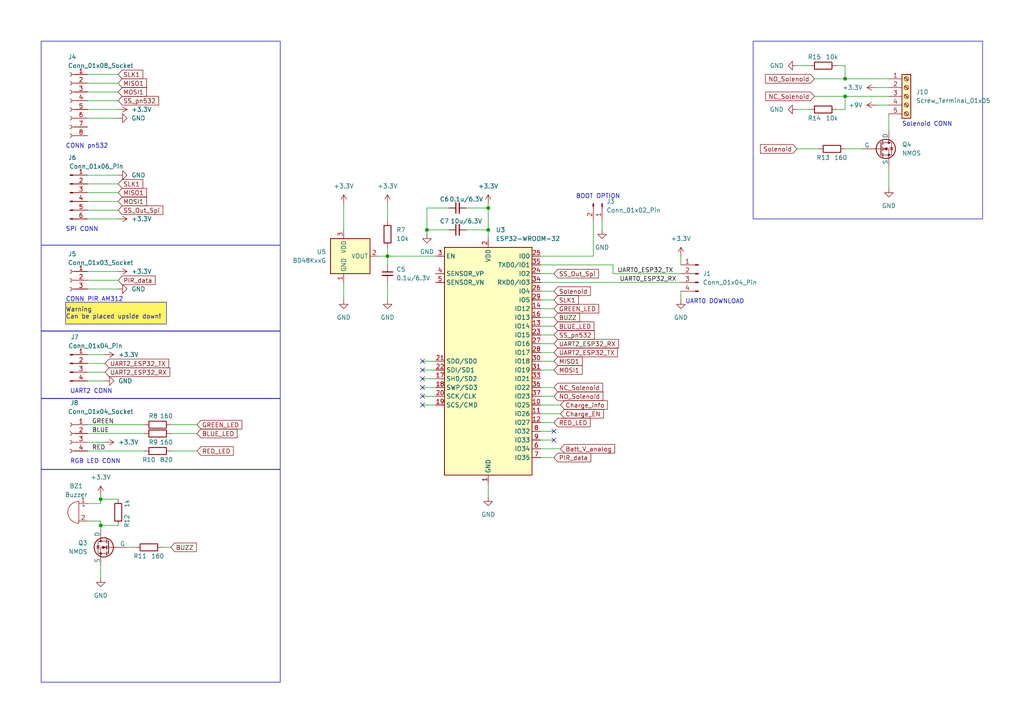
<source format=kicad_sch>
(kicad_sch (version 20230121) (generator eeschema)
  (paper "A4")
  (lib_symbols
    (symbol "Connector:Conn_01x02_Pin" (pin_names (offset 1.016) hide)
      (property "Reference" "J" (at 0 2.54 0))
      (property "Value" "Conn_01x02_Pin" (at 0 -5.08 0))
      (symbol "Conn_01x02_Pin_1_1"
        (polyline (pts (xy 1.27 -2.54) (xy 0.8636 -2.54)) (stroke (width 0.1524)))
        (polyline (pts (xy 1.27 0) (xy 0.8636 0)) (stroke (width 0.1524)))
        (rectangle (start 0.8636 -2.413) (end 0 -2.667) (stroke (width 0.1524)) (fill (type outline)))
        (rectangle (start 0.8636 0.127) (end 0 -0.127) (stroke (width 0.1524)) (fill (type outline)))
        (pin passive line (at 5.08 0 180) (length 3.81) (name "Pin_1") (number "1"))
        (pin passive line (at 5.08 -2.54 180) (length 3.81) (name "Pin_2") (number "2"))
      )
    )
    (symbol "Connector:Conn_01x03_Socket" (pin_names (offset 1.016) hide)
      (property "Reference" "J" (at 0 5.08 0))
      (property "Value" "Conn_01x03_Socket" (at 0 -5.08 0))
      (symbol "Conn_01x03_Socket_1_1"
        (arc (start 0 -2.032) (mid -0.5058 -2.54) (end 0 -3.048) (stroke (width 0.1524)))
        (polyline (pts (xy -1.27 -2.54) (xy -0.508 -2.54)) (stroke (width 0.1524)))
        (polyline (pts (xy -1.27 0) (xy -0.508 0)) (stroke (width 0.1524)))
        (polyline (pts (xy -1.27 2.54) (xy -0.508 2.54)) (stroke (width 0.1524)))
        (arc (start 0 0.508) (mid -0.5058 0) (end 0 -0.508) (stroke (width 0.1524)))
        (arc (start 0 3.048) (mid -0.5058 2.54) (end 0 2.032) (stroke (width 0.1524)))
        (pin passive line (at -5.08 2.54 0) (length 3.81) (name "Pin_1") (number "1"))
        (pin passive line (at -5.08 0 0) (length 3.81) (name "Pin_2") (number "2"))
        (pin passive line (at -5.08 -2.54 0) (length 3.81) (name "Pin_3") (number "3"))
      )
    )
    (symbol "Connector:Conn_01x04_Pin" (pin_names (offset 1.016) hide)
      (property "Reference" "J" (at 0 5.08 0))
      (property "Value" "Conn_01x04_Pin" (at 0 -7.62 0))
      (symbol "Conn_01x04_Pin_1_1"
        (polyline (pts (xy 1.27 -5.08) (xy 0.8636 -5.08)) (stroke (width 0.1524)))
        (polyline (pts (xy 1.27 -2.54) (xy 0.8636 -2.54)) (stroke (width 0.1524)))
        (polyline (pts (xy 1.27 0) (xy 0.8636 0)) (stroke (width 0.1524)))
        (polyline (pts (xy 1.27 2.54) (xy 0.8636 2.54)) (stroke (width 0.1524)))
        (rectangle (start 0.8636 -4.953) (end 0 -5.207) (stroke (width 0.1524)) (fill (type outline)))
        (rectangle (start 0.8636 -2.413) (end 0 -2.667) (stroke (width 0.1524)) (fill (type outline)))
        (rectangle (start 0.8636 0.127) (end 0 -0.127) (stroke (width 0.1524)) (fill (type outline)))
        (rectangle (start 0.8636 2.667) (end 0 2.413) (stroke (width 0.1524)) (fill (type outline)))
        (pin passive line (at 5.08 2.54 180) (length 3.81) (name "Pin_1") (number "1"))
        (pin passive line (at 5.08 0 180) (length 3.81) (name "Pin_2") (number "2"))
        (pin passive line (at 5.08 -2.54 180) (length 3.81) (name "Pin_3") (number "3"))
        (pin passive line (at 5.08 -5.08 180) (length 3.81) (name "Pin_4") (number "4"))
      )
    )
    (symbol "Connector:Conn_01x04_Socket" (pin_names (offset 1.016) hide)
      (property "Reference" "J" (at 0 5.08 0))
      (property "Value" "Conn_01x04_Socket" (at 0 -7.62 0))
      (symbol "Conn_01x04_Socket_1_1"
        (arc (start 0 -4.572) (mid -0.5058 -5.08) (end 0 -5.588) (stroke (width 0.1524)))
        (arc (start 0 -2.032) (mid -0.5058 -2.54) (end 0 -3.048) (stroke (width 0.1524)))
        (polyline (pts (xy -1.27 -5.08) (xy -0.508 -5.08)) (stroke (width 0.1524)))
        (polyline (pts (xy -1.27 -2.54) (xy -0.508 -2.54)) (stroke (width 0.1524)))
        (polyline (pts (xy -1.27 0) (xy -0.508 0)) (stroke (width 0.1524)))
        (polyline (pts (xy -1.27 2.54) (xy -0.508 2.54)) (stroke (width 0.1524)))
        (arc (start 0 0.508) (mid -0.5058 0) (end 0 -0.508) (stroke (width 0.1524)))
        (arc (start 0 3.048) (mid -0.5058 2.54) (end 0 2.032) (stroke (width 0.1524)))
        (pin passive line (at -5.08 2.54 0) (length 3.81) (name "Pin_1") (number "1"))
        (pin passive line (at -5.08 0 0) (length 3.81) (name "Pin_2") (number "2"))
        (pin passive line (at -5.08 -2.54 0) (length 3.81) (name "Pin_3") (number "3"))
        (pin passive line (at -5.08 -5.08 0) (length 3.81) (name "Pin_4") (number "4"))
      )
    )
    (symbol "Connector:Conn_01x06_Pin" (pin_names (offset 1.016) hide)
      (property "Reference" "J" (at 0 7.62 0))
      (property "Value" "Conn_01x06_Pin" (at 0 -10.16 0))
      (symbol "Conn_01x06_Pin_1_1"
        (polyline (pts (xy 1.27 -7.62) (xy 0.8636 -7.62)) (stroke (width 0.1524)))
        (polyline (pts (xy 1.27 -5.08) (xy 0.8636 -5.08)) (stroke (width 0.1524)))
        (polyline (pts (xy 1.27 -2.54) (xy 0.8636 -2.54)) (stroke (width 0.1524)))
        (polyline (pts (xy 1.27 0) (xy 0.8636 0)) (stroke (width 0.1524)))
        (polyline (pts (xy 1.27 2.54) (xy 0.8636 2.54)) (stroke (width 0.1524)))
        (polyline (pts (xy 1.27 5.08) (xy 0.8636 5.08)) (stroke (width 0.1524)))
        (rectangle (start 0.8636 -7.493) (end 0 -7.747) (stroke (width 0.1524)) (fill (type outline)))
        (rectangle (start 0.8636 -4.953) (end 0 -5.207) (stroke (width 0.1524)) (fill (type outline)))
        (rectangle (start 0.8636 -2.413) (end 0 -2.667) (stroke (width 0.1524)) (fill (type outline)))
        (rectangle (start 0.8636 0.127) (end 0 -0.127) (stroke (width 0.1524)) (fill (type outline)))
        (rectangle (start 0.8636 2.667) (end 0 2.413) (stroke (width 0.1524)) (fill (type outline)))
        (rectangle (start 0.8636 5.207) (end 0 4.953) (stroke (width 0.1524)) (fill (type outline)))
        (pin passive line (at 5.08 5.08 180) (length 3.81) (name "Pin_1") (number "1"))
        (pin passive line (at 5.08 2.54 180) (length 3.81) (name "Pin_2") (number "2"))
        (pin passive line (at 5.08 0 180) (length 3.81) (name "Pin_3") (number "3"))
        (pin passive line (at 5.08 -2.54 180) (length 3.81) (name "Pin_4") (number "4"))
        (pin passive line (at 5.08 -5.08 180) (length 3.81) (name "Pin_5") (number "5"))
        (pin passive line (at 5.08 -7.62 180) (length 3.81) (name "Pin_6") (number "6"))
      )
    )
    (symbol "Connector:Conn_01x08_Socket" (pin_names (offset 1.016) hide)
      (property "Reference" "J" (at 0 10.16 0))
      (property "Value" "Conn_01x08_Socket" (at 0 -12.7 0))
      (symbol "Conn_01x08_Socket_1_1"
        (arc (start 0 -9.652) (mid -0.5058 -10.16) (end 0 -10.668) (stroke (width 0.1524)))
        (arc (start 0 -7.112) (mid -0.5058 -7.62) (end 0 -8.128) (stroke (width 0.1524)))
        (arc (start 0 -4.572) (mid -0.5058 -5.08) (end 0 -5.588) (stroke (width 0.1524)))
        (arc (start 0 -2.032) (mid -0.5058 -2.54) (end 0 -3.048) (stroke (width 0.1524)))
        (polyline (pts (xy -1.27 -10.16) (xy -0.508 -10.16)) (stroke (width 0.1524)))
        (polyline (pts (xy -1.27 -7.62) (xy -0.508 -7.62)) (stroke (width 0.1524)))
        (polyline (pts (xy -1.27 -5.08) (xy -0.508 -5.08)) (stroke (width 0.1524)))
        (polyline (pts (xy -1.27 -2.54) (xy -0.508 -2.54)) (stroke (width 0.1524)))
        (polyline (pts (xy -1.27 0) (xy -0.508 0)) (stroke (width 0.1524)))
        (polyline (pts (xy -1.27 2.54) (xy -0.508 2.54)) (stroke (width 0.1524)))
        (polyline (pts (xy -1.27 5.08) (xy -0.508 5.08)) (stroke (width 0.1524)))
        (polyline (pts (xy -1.27 7.62) (xy -0.508 7.62)) (stroke (width 0.1524)))
        (arc (start 0 0.508) (mid -0.5058 0) (end 0 -0.508) (stroke (width 0.1524)))
        (arc (start 0 3.048) (mid -0.5058 2.54) (end 0 2.032) (stroke (width 0.1524)))
        (arc (start 0 5.588) (mid -0.5058 5.08) (end 0 4.572) (stroke (width 0.1524)))
        (arc (start 0 8.128) (mid -0.5058 7.62) (end 0 7.112) (stroke (width 0.1524)))
        (pin passive line (at -5.08 7.62 0) (length 3.81) (name "Pin_1") (number "1"))
        (pin passive line (at -5.08 5.08 0) (length 3.81) (name "Pin_2") (number "2"))
        (pin passive line (at -5.08 2.54 0) (length 3.81) (name "Pin_3") (number "3"))
        (pin passive line (at -5.08 0 0) (length 3.81) (name "Pin_4") (number "4"))
        (pin passive line (at -5.08 -2.54 0) (length 3.81) (name "Pin_5") (number "5"))
        (pin passive line (at -5.08 -5.08 0) (length 3.81) (name "Pin_6") (number "6"))
        (pin passive line (at -5.08 -7.62 0) (length 3.81) (name "Pin_7") (number "7"))
        (pin passive line (at -5.08 -10.16 0) (length 3.81) (name "Pin_8") (number "8"))
      )
    )
    (symbol "Connector:Screw_Terminal_01x05" (pin_names (offset 1.016) hide)
      (property "Reference" "J" (at 0 7.62 0))
      (property "Value" "Screw_Terminal_01x05" (at 0 -7.62 0))
      (symbol "Screw_Terminal_01x05_1_1"
        (rectangle (start -1.27 6.35) (end 1.27 -6.35) (stroke (width 0.254)) (fill (type background)))
        (circle (center 0 -5.08) (radius 0.635) (stroke (width 0.1524)))
        (circle (center 0 -2.54) (radius 0.635) (stroke (width 0.1524)))
        (polyline (pts (xy -0.5334 -4.7498) (xy 0.3302 -5.588)) (stroke (width 0.1524)))
        (polyline (pts (xy -0.5334 -2.2098) (xy 0.3302 -3.048)) (stroke (width 0.1524)))
        (polyline (pts (xy -0.5334 0.3302) (xy 0.3302 -0.508)) (stroke (width 0.1524)))
        (polyline (pts (xy -0.5334 2.8702) (xy 0.3302 2.032)) (stroke (width 0.1524)))
        (polyline (pts (xy -0.5334 5.4102) (xy 0.3302 4.572)) (stroke (width 0.1524)))
        (polyline (pts (xy -0.3556 -4.572) (xy 0.508 -5.4102)) (stroke (width 0.1524)))
        (polyline (pts (xy -0.3556 -2.032) (xy 0.508 -2.8702)) (stroke (width 0.1524)))
        (polyline (pts (xy -0.3556 0.508) (xy 0.508 -0.3302)) (stroke (width 0.1524)))
        (polyline (pts (xy -0.3556 3.048) (xy 0.508 2.2098)) (stroke (width 0.1524)))
        (polyline (pts (xy -0.3556 5.588) (xy 0.508 4.7498)) (stroke (width 0.1524)))
        (circle (center 0 0) (radius 0.635) (stroke (width 0.1524)))
        (circle (center 0 2.54) (radius 0.635) (stroke (width 0.1524)))
        (circle (center 0 5.08) (radius 0.635) (stroke (width 0.1524)))
        (pin passive line (at -5.08 5.08 0) (length 3.81) (name "Pin_1") (number "1"))
        (pin passive line (at -5.08 2.54 0) (length 3.81) (name "Pin_2") (number "2"))
        (pin passive line (at -5.08 0 0) (length 3.81) (name "Pin_3") (number "3"))
        (pin passive line (at -5.08 -2.54 0) (length 3.81) (name "Pin_4") (number "4"))
        (pin passive line (at -5.08 -5.08 0) (length 3.81) (name "Pin_5") (number "5"))
      )
    )
    (symbol "Device:Buzzer" (pin_names (offset 0.0254) hide)
      (property "Reference" "BZ" (at 3.81 1.27 0))
      (property "Value" "Buzzer" (at 3.81 -1.27 0))
      (symbol "Buzzer_0_1"
        (arc (start 0 -3.175) (mid 3.1612 0) (end 0 3.175))
        (polyline (pts (xy -1.651 1.905) (xy -1.143 1.905)))
        (polyline (pts (xy -1.397 2.159) (xy -1.397 1.651)))
        (polyline (pts (xy 0 3.175) (xy 0 -3.175)))
      )
      (symbol "Buzzer_1_1"
        (pin passive line (at -2.54 2.54 0) (length 2.54) (name "-") (number "1"))
        (pin passive line (at -2.54 -2.54 0) (length 2.54) (name "+") (number "2"))
      )
    )
    (symbol "Device:C_Small" (pin_numbers hide) (pin_names (offset 0.254) hide)
      (property "Reference" "C" (at 0.254 1.778 0))
      (property "Value" "C_Small" (at 0.254 -2.032 0))
      (symbol "C_Small_0_1"
        (polyline (pts (xy -1.524 -0.508) (xy 1.524 -0.508)) (stroke (width 0.3302)))
        (polyline (pts (xy -1.524 0.508) (xy 1.524 0.508)) (stroke (width 0.3048)))
      )
      (symbol "C_Small_1_1"
        (pin passive line (at 0 2.54 270) (length 2.032) (name "~") (number "1"))
        (pin passive line (at 0 -2.54 90) (length 2.032) (name "~") (number "2"))
      )
    )
    (symbol "Device:R" (pin_numbers hide) (pin_names (offset 0))
      (property "Reference" "R" (at 2.032 0 90))
      (property "Value" "R" (at 0 0 90))
      (symbol "R_0_1"
        (rectangle (start -1.016 -2.54) (end 1.016 2.54) (stroke (width 0.254)))
      )
      (symbol "R_1_1"
        (pin passive line (at 0 3.81 270) (length 1.27) (name "~") (number "1"))
        (pin passive line (at 0 -3.81 90) (length 1.27) (name "~") (number "2"))
      )
    )
    (symbol "Power_Management:BD48KxxG"
      (property "Reference" "U" (at -3.81 6.35 0))
      (property "Value" "BD48KxxG" (at -5.08 0 90))
      (symbol "BD48KxxG_1_1"
        (rectangle (start -3.81 5.08) (end 7.62 -5.08) (stroke (width 0.254)) (fill (type background)))
        (pin power_in line (at 0 -7.62 90) (length 2.54) (name "GND") (number "1"))
        (pin output line (at 10.16 0 180) (length 2.54) (name "VOUT") (number "2"))
        (pin power_in line (at 0 7.62 270) (length 2.54) (name "VDD") (number "3"))
      )
    )
    (symbol "RF_Module:ESP32-WROOM-32"
      (property "Reference" "U" (at -12.7 34.29 0))
      (property "Value" "ESP32-WROOM-32" (at 1.27 34.29 0))
      (symbol "ESP32-WROOM-32_0_1"
        (rectangle (start -12.7 33.02) (end 12.7 -33.02) (stroke (width 0.254)) (fill (type background)))
      )
      (symbol "ESP32-WROOM-32_1_1"
        (pin power_in line (at 0 -35.56 90) (length 2.54) (name "GND") (number "1"))
        (pin bidirectional line (at 15.24 -12.7 180) (length 2.54) (name "IO25") (number "10"))
        (pin bidirectional line (at 15.24 -15.24 180) (length 2.54) (name "IO26") (number "11"))
        (pin bidirectional line (at 15.24 -17.78 180) (length 2.54) (name "IO27") (number "12"))
        (pin bidirectional line (at 15.24 10.16 180) (length 2.54) (name "IO14") (number "13"))
        (pin bidirectional line (at 15.24 15.24 180) (length 2.54) (name "IO12") (number "14"))
        (pin passive line (at 0 -35.56 90) (length 2.54) hide (name "GND") (number "15"))
        (pin bidirectional line (at 15.24 12.7 180) (length 2.54) (name "IO13") (number "16"))
        (pin bidirectional line (at -15.24 -5.08 0) (length 2.54) (name "SHD/SD2") (number "17"))
        (pin bidirectional line (at -15.24 -7.62 0) (length 2.54) (name "SWP/SD3") (number "18"))
        (pin bidirectional line (at -15.24 -12.7 0) (length 2.54) (name "SCS/CMD") (number "19"))
        (pin power_in line (at 0 35.56 270) (length 2.54) (name "VDD") (number "2"))
        (pin bidirectional line (at -15.24 -10.16 0) (length 2.54) (name "SCK/CLK") (number "20"))
        (pin bidirectional line (at -15.24 0 0) (length 2.54) (name "SDO/SD0") (number "21"))
        (pin bidirectional line (at -15.24 -2.54 0) (length 2.54) (name "SDI/SD1") (number "22"))
        (pin bidirectional line (at 15.24 7.62 180) (length 2.54) (name "IO15") (number "23"))
        (pin bidirectional line (at 15.24 25.4 180) (length 2.54) (name "IO2") (number "24"))
        (pin bidirectional line (at 15.24 30.48 180) (length 2.54) (name "IO0") (number "25"))
        (pin bidirectional line (at 15.24 20.32 180) (length 2.54) (name "IO4") (number "26"))
        (pin bidirectional line (at 15.24 5.08 180) (length 2.54) (name "IO16") (number "27"))
        (pin bidirectional line (at 15.24 2.54 180) (length 2.54) (name "IO17") (number "28"))
        (pin bidirectional line (at 15.24 17.78 180) (length 2.54) (name "IO5") (number "29"))
        (pin input line (at -15.24 30.48 0) (length 2.54) (name "EN") (number "3"))
        (pin bidirectional line (at 15.24 0 180) (length 2.54) (name "IO18") (number "30"))
        (pin bidirectional line (at 15.24 -2.54 180) (length 2.54) (name "IO19") (number "31"))
        (pin no_connect line (at -12.7 -27.94 0) (length 2.54) hide (name "NC") (number "32"))
        (pin bidirectional line (at 15.24 -5.08 180) (length 2.54) (name "IO21") (number "33"))
        (pin bidirectional line (at 15.24 22.86 180) (length 2.54) (name "RXD0/IO3") (number "34"))
        (pin bidirectional line (at 15.24 27.94 180) (length 2.54) (name "TXD0/IO1") (number "35"))
        (pin bidirectional line (at 15.24 -7.62 180) (length 2.54) (name "IO22") (number "36"))
        (pin bidirectional line (at 15.24 -10.16 180) (length 2.54) (name "IO23") (number "37"))
        (pin passive line (at 0 -35.56 90) (length 2.54) hide (name "GND") (number "38"))
        (pin passive line (at 0 -35.56 90) (length 2.54) hide (name "GND") (number "39"))
        (pin input line (at -15.24 25.4 0) (length 2.54) (name "SENSOR_VP") (number "4"))
        (pin input line (at -15.24 22.86 0) (length 2.54) (name "SENSOR_VN") (number "5"))
        (pin input line (at 15.24 -25.4 180) (length 2.54) (name "IO34") (number "6"))
        (pin input line (at 15.24 -27.94 180) (length 2.54) (name "IO35") (number "7"))
        (pin bidirectional line (at 15.24 -20.32 180) (length 2.54) (name "IO32") (number "8"))
        (pin bidirectional line (at 15.24 -22.86 180) (length 2.54) (name "IO33") (number "9"))
      )
    )
    (symbol "Simulation_SPICE:NMOS" (pin_numbers hide) (pin_names (offset 0))
      (property "Reference" "Q" (at 5.08 1.27 0))
      (property "Value" "NMOS" (at 5.08 -1.27 0))
      (symbol "NMOS_0_1"
        (polyline (pts (xy 0.254 0) (xy -2.54 0)))
        (polyline (pts (xy 0.254 1.905) (xy 0.254 -1.905)) (stroke (width 0.254)))
        (polyline (pts (xy 0.762 -1.27) (xy 0.762 -2.286)) (stroke (width 0.254)))
        (polyline (pts (xy 0.762 0.508) (xy 0.762 -0.508)) (stroke (width 0.254)))
        (polyline (pts (xy 0.762 2.286) (xy 0.762 1.27)) (stroke (width 0.254)))
        (polyline (pts (xy 2.54 2.54) (xy 2.54 1.778)))
        (polyline (pts (xy 2.54 -2.54) (xy 2.54 0) (xy 0.762 0)))
        (polyline (pts (xy 0.762 -1.778) (xy 3.302 -1.778) (xy 3.302 1.778) (xy 0.762 1.778)))
        (polyline (pts (xy 1.016 0) (xy 2.032 0.381) (xy 2.032 -0.381) (xy 1.016 0)) (fill (type outline)))
        (polyline (pts (xy 2.794 0.508) (xy 2.921 0.381) (xy 3.683 0.381) (xy 3.81 0.254)))
        (polyline (pts (xy 3.302 0.381) (xy 2.921 -0.254) (xy 3.683 -0.254) (xy 3.302 0.381)))
        (circle (center 1.651 0) (radius 2.794) (stroke (width 0.254)))
        (circle (center 2.54 -1.778) (radius 0.254) (fill (type outline)))
        (circle (center 2.54 1.778) (radius 0.254) (fill (type outline)))
      )
      (symbol "NMOS_1_1"
        (pin passive line (at 2.54 5.08 270) (length 2.54) (name "D") (number "1"))
        (pin input line (at -5.08 0 0) (length 2.54) (name "G") (number "2"))
        (pin passive line (at 2.54 -5.08 90) (length 2.54) (name "S") (number "3"))
      )
    )
    (symbol "power:+3.3V" (power) (pin_names (offset 0))
      (property "Value" "+3.3V" (at 0 3.556 0))
      (symbol "+3.3V_0_1"
        (polyline (pts (xy -0.762 1.27) (xy 0 2.54)))
        (polyline (pts (xy 0 0) (xy 0 2.54)))
        (polyline (pts (xy 0 2.54) (xy 0.762 1.27)))
      )
      (symbol "+3.3V_1_1"
        (pin power_in line (at 0 0 90) (length 0) hide (name "+3.3V") (number "1"))
      )
    )
    (symbol "power:+9V" (power) (pin_names (offset 0))
      (property "Value" "+9V" (at 0 3.556 0))
      (symbol "+9V_0_1"
        (polyline (pts (xy -0.762 1.27) (xy 0 2.54)))
        (polyline (pts (xy 0 0) (xy 0 2.54)))
        (polyline (pts (xy 0 2.54) (xy 0.762 1.27)))
      )
      (symbol "+9V_1_1"
        (pin power_in line (at 0 0 90) (length 0) hide (name "+9V") (number "1"))
      )
    )
    (symbol "power:GND" (power) (pin_names (offset 0))
      (property "Value" "GND" (at 0 -3.81 0))
      (symbol "GND_0_1"
        (polyline (pts (xy 0 0) (xy 0 -1.27) (xy 1.27 -1.27) (xy 0 -2.54) (xy -1.27 -1.27) (xy 0 -1.27)))
      )
      (symbol "GND_1_1"
        (pin power_in line (at 0 0 270) (length 0) hide (name "GND") (number "1"))
      )
    )
  )
  (junction (at 29.21 152.4))
  (junction (at 245.11 22.86))
  (junction (at 123.825 66.675))
  (junction (at 29.21 144.78))
  (junction (at 141.605 60.325))
  (junction (at 141.605 66.675))
  (junction (at 112.395 74.295))
  (junction (at 245.11 27.94))
  (no_connect (at 122.555 104.775))
  (no_connect (at 122.555 112.395))
  (no_connect (at 122.555 114.935))
  (no_connect (at 122.555 109.855))
  (no_connect (at 160.655 127.635))
  (no_connect (at 122.555 107.315))
  (no_connect (at 160.655 125.095))
  (no_connect (at 122.555 117.475))
  (wire (pts (xy 126.365 74.295) (xy 112.395 74.295)))
  (wire (pts (xy 25.4 29.21) (xy 34.29 29.21)))
  (wire (pts (xy 29.21 152.4) (xy 29.21 153.67)))
  (wire (pts (xy 112.395 81.915) (xy 112.395 86.995)))
  (wire (pts (xy 123.825 67.945) (xy 123.825 66.675)))
  (wire (pts (xy 156.845 102.235) (xy 160.655 102.235)))
  (wire (pts (xy 25.4 123.19) (xy 41.91 123.19)))
  (wire (pts (xy 156.845 122.555) (xy 160.655 122.555)))
  (wire (pts (xy 254 25.4) (xy 257.81 25.4)))
  (wire (pts (xy 126.365 114.935) (xy 122.555 114.935)))
  (wire (pts (xy 99.695 59.055) (xy 99.695 66.675)))
  (wire (pts (xy 257.81 48.26) (xy 257.81 54.61)))
  (wire (pts (xy 156.845 92.075) (xy 160.655 92.075)))
  (wire (pts (xy 174.625 64.135) (xy 174.625 66.675)))
  (wire (pts (xy 25.4 26.67) (xy 34.29 26.67)))
  (wire (pts (xy 126.365 112.395) (xy 122.555 112.395)))
  (wire (pts (xy 126.365 104.775) (xy 122.555 104.775)))
  (wire (pts (xy 245.11 27.94) (xy 245.11 31.75)))
  (wire (pts (xy 156.845 86.995) (xy 160.655 86.995)))
  (wire (pts (xy 231.14 31.75) (xy 234.95 31.75)))
  (wire (pts (xy 141.605 66.675) (xy 141.605 69.215)))
  (wire (pts (xy 126.365 117.475) (xy 122.555 117.475)))
  (wire (pts (xy 25.4 102.87) (xy 30.48 102.87)))
  (wire (pts (xy 156.845 81.915) (xy 197.485 81.915)))
  (wire (pts (xy 135.255 60.325) (xy 141.605 60.325)))
  (wire (pts (xy 141.605 59.055) (xy 141.605 60.325)))
  (wire (pts (xy 25.4 151.13) (xy 29.21 151.13)))
  (wire (pts (xy 177.8 79.375) (xy 197.485 79.375)))
  (wire (pts (xy 245.11 22.86) (xy 257.81 22.86)))
  (wire (pts (xy 25.4 128.27) (xy 30.48 128.27)))
  (wire (pts (xy 25.4 125.73) (xy 41.91 125.73)))
  (wire (pts (xy 245.11 19.05) (xy 245.11 22.86)))
  (wire (pts (xy 30.48 105.41) (xy 25.4 105.41)))
  (wire (pts (xy 156.845 74.295) (xy 172.085 74.295)))
  (wire (pts (xy 156.845 120.015) (xy 162.56 120.015)))
  (wire (pts (xy 29.21 144.78) (xy 29.21 146.05)))
  (wire (pts (xy 156.845 89.535) (xy 160.655 89.535)))
  (wire (pts (xy 156.845 117.475) (xy 162.56 117.475)))
  (wire (pts (xy 25.4 78.74) (xy 34.29 78.74)))
  (wire (pts (xy 25.4 81.28) (xy 34.29 81.28)))
  (wire (pts (xy 245.11 43.18) (xy 250.19 43.18)))
  (wire (pts (xy 25.4 34.29) (xy 34.29 34.29)))
  (wire (pts (xy 25.4 31.75) (xy 34.29 31.75)))
  (wire (pts (xy 25.4 21.59) (xy 34.29 21.59)))
  (wire (pts (xy 46.99 158.75) (xy 49.53 158.75)))
  (wire (pts (xy 156.845 76.835) (xy 177.8 76.835)))
  (wire (pts (xy 156.845 127.635) (xy 160.655 127.635)))
  (wire (pts (xy 25.4 63.5) (xy 34.29 63.5)))
  (wire (pts (xy 197.485 84.455) (xy 197.485 86.995)))
  (wire (pts (xy 36.83 158.75) (xy 39.37 158.75)))
  (wire (pts (xy 141.605 140.335) (xy 141.605 144.145)))
  (wire (pts (xy 25.4 130.81) (xy 41.91 130.81)))
  (wire (pts (xy 112.395 59.055) (xy 112.395 64.135)))
  (wire (pts (xy 156.845 84.455) (xy 160.655 84.455)))
  (wire (pts (xy 231.14 19.05) (xy 234.95 19.05)))
  (wire (pts (xy 156.845 107.315) (xy 160.655 107.315)))
  (wire (pts (xy 172.085 74.295) (xy 172.085 64.135)))
  (wire (pts (xy 49.53 123.19) (xy 57.15 123.19)))
  (wire (pts (xy 245.11 27.94) (xy 257.81 27.94)))
  (wire (pts (xy 231.14 43.18) (xy 237.49 43.18)))
  (wire (pts (xy 57.15 125.73) (xy 49.53 125.73)))
  (wire (pts (xy 123.825 60.325) (xy 123.825 66.675)))
  (wire (pts (xy 29.21 144.78) (xy 34.29 144.78)))
  (wire (pts (xy 25.4 146.05) (xy 29.21 146.05)))
  (wire (pts (xy 25.4 58.42) (xy 34.29 58.42)))
  (wire (pts (xy 156.845 97.155) (xy 160.655 97.155)))
  (wire (pts (xy 197.485 74.295) (xy 197.485 76.835)))
  (wire (pts (xy 156.845 104.775) (xy 160.655 104.775)))
  (wire (pts (xy 123.825 66.675) (xy 130.175 66.675)))
  (wire (pts (xy 257.81 33.02) (xy 257.81 38.1)))
  (wire (pts (xy 156.845 99.695) (xy 160.655 99.695)))
  (wire (pts (xy 156.845 79.375) (xy 160.655 79.375)))
  (wire (pts (xy 25.4 24.13) (xy 34.29 24.13)))
  (wire (pts (xy 156.845 94.615) (xy 160.655 94.615)))
  (wire (pts (xy 242.57 19.05) (xy 245.11 19.05)))
  (wire (pts (xy 156.845 130.175) (xy 162.56 130.175)))
  (wire (pts (xy 25.4 55.88) (xy 34.29 55.88)))
  (wire (pts (xy 156.845 125.095) (xy 160.655 125.095)))
  (wire (pts (xy 156.845 132.715) (xy 160.655 132.715)))
  (wire (pts (xy 236.22 22.86) (xy 245.11 22.86)))
  (wire (pts (xy 25.4 53.34) (xy 34.29 53.34)))
  (wire (pts (xy 29.21 151.13) (xy 29.21 152.4)))
  (wire (pts (xy 126.365 109.855) (xy 122.555 109.855)))
  (wire (pts (xy 242.57 31.75) (xy 245.11 31.75)))
  (wire (pts (xy 112.395 74.295) (xy 112.395 76.835)))
  (wire (pts (xy 236.22 27.94) (xy 245.11 27.94)))
  (wire (pts (xy 25.4 110.49) (xy 30.48 110.49)))
  (wire (pts (xy 29.21 152.4) (xy 34.29 152.4)))
  (wire (pts (xy 49.53 130.81) (xy 57.15 130.81)))
  (wire (pts (xy 25.4 50.8) (xy 34.29 50.8)))
  (wire (pts (xy 135.255 66.675) (xy 141.605 66.675)))
  (wire (pts (xy 99.695 81.915) (xy 99.695 86.995)))
  (wire (pts (xy 29.21 163.83) (xy 29.21 167.64)))
  (wire (pts (xy 130.175 60.325) (xy 123.825 60.325)))
  (wire (pts (xy 177.8 76.835) (xy 177.8 79.375)))
  (wire (pts (xy 126.365 107.315) (xy 122.555 107.315)))
  (wire (pts (xy 254 30.48) (xy 257.81 30.48)))
  (wire (pts (xy 25.4 60.96) (xy 34.29 60.96)))
  (wire (pts (xy 141.605 60.325) (xy 141.605 66.675)))
  (wire (pts (xy 160.655 112.395) (xy 156.845 112.395)))
  (wire (pts (xy 25.4 83.82) (xy 34.29 83.82)))
  (wire (pts (xy 29.21 143.51) (xy 29.21 144.78)))
  (wire (pts (xy 30.48 107.95) (xy 25.4 107.95)))
  (wire (pts (xy 156.845 114.935) (xy 160.655 114.935)))
  (wire (pts (xy 109.855 74.295) (xy 112.395 74.295)))
  (wire (pts (xy 112.395 74.295) (xy 112.395 71.755)))
  (rectangle (start 218.44 11.938) (end 284.988 63.5))
  (rectangle (start 11.938 71.12) (end 81.28 96.012))
  (rectangle (start 19.05 87.63) (end 48.26 93.98) (fill (type color) (color 255 246 93 1)))
  (rectangle (start 11.938 96.012) (end 81.28 115.57))
  (rectangle (start 11.938 136.144) (end 81.28 197.866))
  (rectangle (start 11.938 11.938) (end 81.28 71.12))
  (rectangle (start 11.938 115.57) (end 81.28 136.144))
  (text "BOOT OPTION" (at 167.005 57.785 0) (effects (font (size 1.27 1.27)) (justify left bottom)))
  (text "UART0 DOWNLOAD\n" (at 198.755 88.265 0) (effects (font (size 1.27 1.27)) (justify left bottom)))
  (text "CONN PIR AM312\n" (at 19.05 87.63 0) (effects (font (size 1.27 1.27)) (justify left bottom)))
  (text "Warning \nCan be placed upside down!" (at 19.05 92.71 0) (effects (font (size 1.27 1.27)) (justify left bottom)))
  (text "RGB LED CONN\n" (at 20.32 134.62 0) (effects (font (size 1.27 1.27)) (justify left bottom)))
  (text "UART2 CONN\n" (at 20.32 114.3 0) (effects (font (size 1.27 1.27)) (justify left bottom)))
  (text "CONN pn532 " (at 19.05 43.18 0) (effects (font (size 1.27 1.27)) (justify left bottom)))
  (text "Solenoid CONN\n" (at 261.62 36.83 0) (effects (font (size 1.27 1.27)) (justify left bottom)))
  (text "SPI CONN\n" (at 19.05 67.31 0) (effects (font (size 1.27 1.27)) (justify left bottom)))
  (label "GREEN" (at 26.67 123.19 0))
  (label "BLUE" (at 26.67 125.73 0))
  (label "UART0_ESP32_RX" (at 179.705 81.915 0))
  (label "RED" (at 26.67 130.81 0))
  (label "UART0_ESP32_TX" (at 179.07 79.375 0))
  (global_label "MOSI1" (shape input) (at 34.29 58.42 0) (property "Intersheetrefs" "${INTERSHEET_REFS}" (effects hide)))
  (global_label "NO_Solenoid" (shape input) (at 160.655 114.935 0) (property "Intersheetrefs" "${INTERSHEET_REFS}" (effects hide)))
  (global_label "NC_Solenoid" (shape input) (at 236.22 27.94 180) (property "Intersheetrefs" "${INTERSHEET_REFS}" (effects hide)))
  (global_label "MISO1" (shape input) (at 160.655 104.775 0) (property "Intersheetrefs" "${INTERSHEET_REFS}" (effects hide)))
  (global_label "PIR_data" (shape input) (at 160.655 132.715 0) (property "Intersheetrefs" "${INTERSHEET_REFS}" (effects hide)))
  (global_label "SS_pn532" (shape input) (at 34.29 29.21 0) (property "Intersheetrefs" "${INTERSHEET_REFS}" (effects hide)))
  (global_label "SLK1" (shape input) (at 34.29 53.34 0) (property "Intersheetrefs" "${INTERSHEET_REFS}" (effects hide)))
  (global_label "NO_Solenoid" (shape input) (at 236.22 22.86 180) (property "Intersheetrefs" "${INTERSHEET_REFS}" (effects hide)))
  (global_label "RED_LED" (shape input) (at 160.655 122.555 0) (property "Intersheetrefs" "${INTERSHEET_REFS}" (effects hide)))
  (global_label "Charge_info" (shape input) (at 162.56 117.475 0) (property "Intersheetrefs" "${INTERSHEET_REFS}" (effects hide)))
  (global_label "UART2_ESP32_RX" (shape input) (at 30.48 107.95 0) (property "Intersheetrefs" "${INTERSHEET_REFS}" (effects hide)))
  (global_label "PIR_data" (shape input) (at 34.29 81.28 0) (property "Intersheetrefs" "${INTERSHEET_REFS}" (effects hide)))
  (global_label "MOSI1" (shape input) (at 34.29 26.67 0) (property "Intersheetrefs" "${INTERSHEET_REFS}" (effects hide)))
  (global_label "BLUE_LED" (shape input) (at 160.655 94.615 0) (property "Intersheetrefs" "${INTERSHEET_REFS}" (effects hide)))
  (global_label "SS_pn532" (shape input) (at 160.655 97.155 0) (property "Intersheetrefs" "${INTERSHEET_REFS}" (effects hide)))
  (global_label "SLK1" (shape input) (at 160.655 86.995 0) (property "Intersheetrefs" "${INTERSHEET_REFS}" (effects hide)))
  (global_label "BUZZ" (shape input) (at 49.53 158.75 0) (property "Intersheetrefs" "${INTERSHEET_REFS}" (effects hide)))
  (global_label "RED_LED" (shape input) (at 57.15 130.81 0) (property "Intersheetrefs" "${INTERSHEET_REFS}" (effects hide)))
  (global_label "Solenoid" (shape input) (at 160.655 84.455 0) (property "Intersheetrefs" "${INTERSHEET_REFS}" (effects hide)))
  (global_label "UART2_ESP32_TX" (shape input) (at 30.48 105.41 0) (property "Intersheetrefs" "${INTERSHEET_REFS}" (effects hide)))
  (global_label "UART2_ESP32_RX" (shape input) (at 160.655 99.695 0) (property "Intersheetrefs" "${INTERSHEET_REFS}" (effects hide)))
  (global_label "GREEN_LED" (shape input) (at 160.655 89.535 0) (property "Intersheetrefs" "${INTERSHEET_REFS}" (effects hide)))
  (global_label "SS_Out_Spi" (shape input) (at 34.29 60.96 0) (property "Intersheetrefs" "${INTERSHEET_REFS}" (effects hide)))
  (global_label "MISO1" (shape input) (at 34.29 24.13 0) (property "Intersheetrefs" "${INTERSHEET_REFS}" (effects hide)))
  (global_label "Solenoid" (shape input) (at 231.14 43.18 180) (property "Intersheetrefs" "${INTERSHEET_REFS}" (effects hide)))
  (global_label "MOSI1" (shape input) (at 160.655 107.315 0) (property "Intersheetrefs" "${INTERSHEET_REFS}" (effects hide)))
  (global_label "SLK1" (shape input) (at 34.29 21.59 0) (property "Intersheetrefs" "${INTERSHEET_REFS}" (effects hide)))
  (global_label "UART2_ESP32_TX" (shape input) (at 160.655 102.235 0) (property "Intersheetrefs" "${INTERSHEET_REFS}" (effects hide)))
  (global_label "GREEN_LED" (shape input) (at 57.15 123.19 0) (property "Intersheetrefs" "${INTERSHEET_REFS}" (effects hide)))
  (global_label "Batt_V_analog" (shape input) (at 162.56 130.175 0) (property "Intersheetrefs" "${INTERSHEET_REFS}" (effects hide)))
  (global_label "MISO1" (shape input) (at 34.29 55.88 0) (property "Intersheetrefs" "${INTERSHEET_REFS}" (effects hide)))
  (global_label "SS_Out_Spi" (shape input) (at 160.655 79.375 0) (property "Intersheetrefs" "${INTERSHEET_REFS}" (effects hide)))
  (global_label "NC_Solenoid" (shape input) (at 160.655 112.395 0) (property "Intersheetrefs" "${INTERSHEET_REFS}" (effects hide)))
  (global_label "Charge_EN" (shape input) (at 162.56 120.015 0) (property "Intersheetrefs" "${INTERSHEET_REFS}" (effects hide)))
  (global_label "BLUE_LED" (shape input) (at 57.15 125.73 0) (property "Intersheetrefs" "${INTERSHEET_REFS}" (effects hide)))
  (global_label "BUZZ" (shape input) (at 160.655 92.075 0) (property "Intersheetrefs" "${INTERSHEET_REFS}" (effects hide)))
  (symbol (lib_id "Device:R") (at 241.3 43.18 90) (unit 1)
    (property "Reference" "R13" (at 238.76 45.72 90))
    (property "Value" "160" (at 243.84 45.72 90))
  )
  (symbol (lib_id "power:+3.3V") (at 197.485 74.295 0) (unit 1)
    (property "Reference" "#PWR017" (effects hide))
    (property "Value" "+3.3V" (at 197.485 69.215 0))
  )
  (symbol (lib_id "power:+9V") (at 254 30.48 90) (unit 1)
    (property "Reference" "#PWR034" (effects hide))
    (property "Value" "+9V" (at 250.19 30.48 90) (effects (justify left)))
  )
  (symbol (lib_id "power:+3.3V") (at 99.695 59.055 0) (unit 1)
    (property "Reference" "#PWR021" (effects hide))
    (property "Value" "+3.3V" (at 99.695 53.975 0))
  )
  (symbol (lib_id "Power_Management:BD48KxxG") (at 99.695 74.295 0) (unit 1)
    (property "Reference" "U5" (at 94.615 73.025 0) (effects (justify right)))
    (property "Value" "BD48KxxG" (at 94.615 75.565 0) (effects (justify right)))
    (property "Footprint" "Package_TO_SOT_SMD:SOT-23" (effects hide))
    (property "Datasheet" "https://www.rohm.de/datasheet/BD4830FVE/bd48xxg-e" (effects hide))
  )
  (symbol (lib_id "power:GND") (at 197.485 86.995 0) (unit 1)
    (property "Reference" "#PWR016" (effects hide))
    (property "Value" "GND" (at 197.485 92.075 0))
  )
  (symbol (lib_id "power:GND") (at 99.695 86.995 0) (unit 1)
    (property "Reference" "#PWR020" (effects hide))
    (property "Value" "GND" (at 99.695 92.075 0))
  )
  (symbol (lib_id "power:+3.3V") (at 34.29 31.75 270) (unit 1)
    (property "Reference" "#PWR023" (effects hide))
    (property "Value" "+3.3V" (at 38.1 31.75 90) (effects (justify left)))
  )
  (symbol (lib_id "power:+3.3V") (at 141.605 59.055 0) (unit 1)
    (property "Reference" "#PWR012" (effects hide))
    (property "Value" "+3.3V" (at 141.605 53.975 0))
  )
  (symbol (lib_id "Device:C_Small") (at 112.395 79.375 0) (unit 1)
    (property "Reference" "C5" (at 114.935 78.1113 0) (effects (justify left)))
    (property "Value" "0.1u/6.3V" (at 114.935 80.645 0) (effects (justify left)))
  )
  (symbol (lib_id "Simulation_SPICE:NMOS") (at 255.27 43.18 0) (unit 1)
    (property "Reference" "Q4" (at 261.62 41.91 0) (effects (justify left)))
    (property "Value" "NMOS" (at 261.62 44.45 0) (effects (justify left)))
    (property "Sim.Device" "NMOS" (effects hide))
    (property "Sim.Type" "VDMOS" (effects hide))
    (property "Sim.Pins" "1=D 2=G 3=S" (effects hide))
  )
  (symbol (lib_id "Device:R") (at 238.76 19.05 90) (mirror x) (unit 1)
    (property "Reference" "R15" (at 236.22 16.51 90))
    (property "Value" "10k" (at 241.3 16.51 90))
  )
  (symbol (lib_id "power:GND") (at 30.48 110.49 90) (unit 1)
    (property "Reference" "#PWR028" (effects hide))
    (property "Value" "GND" (at 34.29 110.49 90) (effects (justify right)))
  )
  (symbol (lib_id "power:+3.3V") (at 34.29 78.74 270) (unit 1)
    (property "Reference" "#PWR026" (effects hide))
    (property "Value" "+3.3V" (at 38.1 78.74 90) (effects (justify left)))
  )
  (symbol (lib_id "Simulation_SPICE:NMOS") (at 31.75 158.75 0) (mirror y) (unit 1)
    (property "Reference" "Q3" (at 25.4 157.48 0) (effects (justify left)))
    (property "Value" "NMOS" (at 25.4 160.02 0) (effects (justify left)))
    (property "Datasheet" "https://aosmd.com/res/data_sheets/AO3422.pdf" (effects hide))
    (property "Sim.Device" "NMOS" (effects hide))
    (property "Sim.Type" "VDMOS" (effects hide))
    (property "Sim.Pins" "1=D 2=G 3=S" (effects hide))
  )
  (symbol (lib_id "power:GND") (at 257.81 54.61 0) (unit 1)
    (property "Reference" "#PWR033" (effects hide))
    (property "Value" "GND" (at 257.81 59.69 0))
  )
  (symbol (lib_id "Device:R") (at 45.72 130.81 90) (unit 1)
    (property "Reference" "R10" (at 43.18 133.35 90))
    (property "Value" "820" (at 48.26 133.35 90))
  )
  (symbol (lib_id "power:+3.3V") (at 29.21 143.51 0) (unit 1)
    (property "Reference" "#PWR031" (effects hide))
    (property "Value" "+3.3V" (at 29.21 138.43 0))
  )
  (symbol (lib_id "Device:R") (at 45.72 123.19 90) (unit 1)
    (property "Reference" "R8" (at 44.45 120.65 90))
    (property "Value" "160" (at 48.26 120.65 90))
  )
  (symbol (lib_id "Connector:Conn_01x02_Pin") (at 174.625 59.055 270) (unit 1)
    (property "Reference" "J3" (at 175.895 58.42 90) (effects (justify left)))
    (property "Value" "Conn_01x02_Pin" (at 175.895 60.96 90) (effects (justify left)))
  )
  (symbol (lib_id "Connector:Conn_01x04_Pin") (at 202.565 79.375 0) (mirror y) (unit 1)
    (property "Reference" "J1" (at 203.835 79.375 0) (effects (justify right)))
    (property "Value" "Conn_01x04_Pin" (at 203.835 81.915 0) (effects (justify right)))
  )
  (symbol (lib_id "Device:R") (at 34.29 148.59 180) (unit 1)
    (property "Reference" "R12" (at 36.83 151.13 90))
    (property "Value" "1k" (at 36.83 146.05 90))
  )
  (symbol (lib_id "Device:R") (at 238.76 31.75 90) (unit 1)
    (property "Reference" "R14" (at 236.22 34.29 90))
    (property "Value" "10k" (at 241.3 34.29 90))
  )
  (symbol (lib_id "Device:Buzzer") (at 22.86 148.59 0) (mirror y) (unit 1)
    (property "Reference" "BZ1" (at 22.1049 140.97 0))
    (property "Value" "Buzzer" (at 22.1049 143.51 0))
  )
  (symbol (lib_id "power:+3.3V") (at 254 25.4 90) (mirror x) (unit 1)
    (property "Reference" "#PWR035" (effects hide))
    (property "Value" "+3.3V" (at 250.19 25.4 90) (effects (justify left)))
  )
  (symbol (lib_id "Connector:Conn_01x04_Socket") (at 20.32 125.73 0) (mirror y) (unit 1)
    (property "Reference" "J8" (at 21.59 116.84 0))
    (property "Value" "Conn_01x04_Socket" (at 29.21 119.38 0))
    (property "Datasheet" "Can plase https://www.digikey.com/en/products/detail/kingbright/WP154A4SUREQBFZGC/3084119" (effects hide))
  )
  (symbol (lib_id "Connector:Screw_Terminal_01x05") (at 262.89 27.94 0) (unit 1)
    (property "Reference" "J10" (at 265.684 26.67 0) (effects (justify left)))
    (property "Value" "Screw_Terminal_01x05" (at 265.684 29.21 0) (effects (justify left)))
  )
  (symbol (lib_id "power:+3.3V") (at 30.48 128.27 270) (unit 1)
    (property "Reference" "#PWR030" (effects hide))
    (property "Value" "+3.3V" (at 34.29 128.27 90) (effects (justify left)))
  )
  (symbol (lib_id "RF_Module:ESP32-WROOM-32") (at 141.605 104.775 0) (unit 1)
    (property "Reference" "U3" (at 143.7991 66.675 0) (effects (justify left)))
    (property "Value" "ESP32-WROOM-32" (at 143.7991 69.215 0) (effects (justify left)))
    (property "Footprint" "RF_Module:ESP32-WROOM-32" (effects hide))
    (property "Datasheet" "https://www.espressif.com/sites/default/files/documentation/esp32-wroom-32_datasheet_en.pdf" (effects hide))
  )
  (symbol (lib_id "power:+3.3V") (at 30.48 102.87 270) (unit 1)
    (property "Reference" "#PWR029" (effects hide))
    (property "Value" "+3.3V" (at 34.29 102.87 90) (effects (justify left)))
  )
  (symbol (lib_id "Device:C_Small") (at 132.715 66.675 90) (unit 1)
    (property "Reference" "C7" (at 128.905 64.135 90))
    (property "Value" "10u/6.3V" (at 135.255 64.135 90))
  )
  (symbol (lib_id "Connector:Conn_01x03_Socket") (at 20.32 81.28 0) (mirror y) (unit 1)
    (property "Reference" "J5" (at 20.955 73.66 0))
    (property "Value" "Conn_01x03_Socket" (at 29.21 76.2 0))
  )
  (symbol (lib_id "Connector:Conn_01x06_Pin") (at 20.32 55.88 0) (unit 1)
    (property "Reference" "J6" (at 20.955 45.72 0))
    (property "Value" "Conn_01x06_Pin" (at 27.94 48.26 0))
  )
  (symbol (lib_id "power:+3.3V") (at 34.29 63.5 270) (unit 1)
    (property "Reference" "#PWR025" (effects hide))
    (property "Value" "+3.3V" (at 38.1 63.5 90) (effects (justify left)))
  )
  (symbol (lib_id "power:GND") (at 34.29 83.82 90) (unit 1)
    (property "Reference" "#PWR027" (effects hide))
    (property "Value" "GND" (at 38.1 83.82 90) (effects (justify right)))
  )
  (symbol (lib_id "Connector:Conn_01x04_Pin") (at 20.32 105.41 0) (unit 1)
    (property "Reference" "J7" (at 22.86 97.79 0) (effects (justify right)))
    (property "Value" "Conn_01x04_Pin" (at 35.56 100.33 0) (effects (justify right)))
  )
  (symbol (lib_id "power:GND") (at 123.825 67.945 0) (unit 1)
    (property "Reference" "#PWR019" (effects hide))
    (property "Value" "GND" (at 123.825 73.025 0))
  )
  (symbol (lib_id "power:GND") (at 174.625 66.675 0) (unit 1)
    (property "Reference" "#PWR018" (effects hide))
    (property "Value" "GND" (at 174.625 71.755 0))
  )
  (symbol (lib_id "power:GND") (at 34.29 34.29 90) (unit 1)
    (property "Reference" "#PWR022" (effects hide))
    (property "Value" "GND" (at 38.1 34.29 90) (effects (justify right)))
  )
  (symbol (lib_id "power:GND") (at 112.395 86.995 0) (unit 1)
    (property "Reference" "#PWR014" (effects hide))
    (property "Value" "GND" (at 112.395 92.075 0))
  )
  (symbol (lib_id "Device:C_Small") (at 132.715 60.325 90) (unit 1)
    (property "Reference" "C6" (at 128.905 57.785 90))
    (property "Value" "0.1u/6.3V" (at 135.255 57.785 90))
  )
  (symbol (lib_id "Device:R") (at 112.395 67.945 0) (unit 1)
    (property "Reference" "R7" (at 114.935 66.675 0) (effects (justify left)))
    (property "Value" "10k" (at 114.935 69.215 0) (effects (justify left)))
  )
  (symbol (lib_id "power:GND") (at 34.29 50.8 90) (unit 1)
    (property "Reference" "#PWR024" (effects hide))
    (property "Value" "GND" (at 38.1 50.8 90) (effects (justify right)))
  )
  (symbol (lib_id "Device:R") (at 43.18 158.75 90) (unit 1)
    (property "Reference" "R11" (at 40.64 161.29 90))
    (property "Value" "160" (at 45.72 161.29 90))
  )
  (symbol (lib_id "power:GND") (at 29.21 167.64 0) (unit 1)
    (property "Reference" "#PWR032" (effects hide))
    (property "Value" "GND" (at 29.21 172.72 0))
  )
  (symbol (lib_id "Device:R") (at 45.72 125.73 90) (unit 1)
    (property "Reference" "R9" (at 44.45 128.27 90))
    (property "Value" "160" (at 48.26 128.27 90))
  )
  (symbol (lib_id "power:GND") (at 141.605 144.145 0) (unit 1)
    (property "Reference" "#PWR013" (effects hide))
    (property "Value" "GND" (at 141.605 149.225 0))
  )
  (symbol (lib_id "power:GND") (at 231.14 31.75 270) (unit 1)
    (property "Reference" "#PWR036" (effects hide))
    (property "Value" "GND" (at 227.33 31.75 90) (effects (justify right)))
  )
  (symbol (lib_id "Connector:Conn_01x08_Socket") (at 20.32 29.21 0) (mirror y) (unit 1)
    (property "Reference" "J4" (at 20.955 16.51 0))
    (property "Value" "Conn_01x08_Socket" (at 29.21 19.05 0))
  )
  (symbol (lib_id "power:+3.3V") (at 112.395 59.055 0) (unit 1)
    (property "Reference" "#PWR015" (effects hide))
    (property "Value" "+3.3V" (at 112.395 53.975 0))
  )
  (symbol (lib_id "power:GND") (at 231.14 19.05 270) (unit 1)
    (property "Reference" "#PWR037" (effects hide))
    (property "Value" "GND" (at 227.33 19.05 90) (effects (justify right)))
  )
)
</source>
